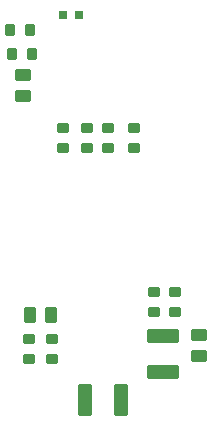
<source format=gbp>
%FSLAX23Y23*%
%MOMM*%
%SFA1B1*%

%IPPOS*%
%AMD18*
4,1,8,1.206500,0.574040,-1.206500,0.574040,-1.348740,0.431800,-1.348740,-0.431800,-1.206500,-0.574040,1.206500,-0.574040,1.348740,-0.431800,1.348740,0.431800,1.206500,0.574040,0.0*
1,1,0.288000,1.206500,0.431800*
1,1,0.288000,-1.206500,0.431800*
1,1,0.288000,-1.206500,-0.431800*
1,1,0.288000,1.206500,-0.431800*
%
%AMD19*
4,1,8,0.574040,0.500380,-0.574040,0.500380,-0.701040,0.375920,-0.701040,-0.375920,-0.574040,-0.500380,0.574040,-0.500380,0.701040,-0.375920,0.701040,0.375920,0.574040,0.500380,0.0*
1,1,0.250000,0.574040,0.375920*
1,1,0.250000,-0.574040,0.375920*
1,1,0.250000,-0.574040,-0.375920*
1,1,0.250000,0.574040,-0.375920*
%
%AMD21*
4,1,8,0.386080,0.449580,-0.386080,0.449580,-0.500380,0.337820,-0.500380,-0.337820,-0.386080,-0.449580,0.386080,-0.449580,0.500380,-0.337820,0.500380,0.337820,0.386080,0.449580,0.0*
1,1,0.226000,0.386080,0.337820*
1,1,0.226000,-0.386080,0.337820*
1,1,0.226000,-0.386080,-0.337820*
1,1,0.226000,0.386080,-0.337820*
%
%AMD22*
4,1,8,-0.449580,0.386080,-0.449580,-0.386080,-0.337820,-0.500380,0.337820,-0.500380,0.449580,-0.386080,0.449580,0.386080,0.337820,0.500380,-0.337820,0.500380,-0.449580,0.386080,0.0*
1,1,0.226000,-0.337820,0.386080*
1,1,0.226000,-0.337820,-0.386080*
1,1,0.226000,0.337820,-0.386080*
1,1,0.226000,0.337820,0.386080*
%
%AMD23*
4,1,8,-0.500380,0.574040,-0.500380,-0.574040,-0.375920,-0.701040,0.375920,-0.701040,0.500380,-0.574040,0.500380,0.574040,0.375920,0.701040,-0.375920,0.701040,-0.500380,0.574040,0.0*
1,1,0.250000,-0.375920,0.574040*
1,1,0.250000,-0.375920,-0.574040*
1,1,0.250000,0.375920,-0.574040*
1,1,0.250000,0.375920,0.574040*
%
%AMD47*
4,1,8,0.574040,-1.206500,0.574040,1.206500,0.431800,1.348740,-0.431800,1.348740,-0.574040,1.206500,-0.574040,-1.206500,-0.431800,-1.348740,0.431800,-1.348740,0.574040,-1.206500,0.0*
1,1,0.288000,0.431800,-1.206500*
1,1,0.288000,0.431800,1.206500*
1,1,0.288000,-0.431800,1.206500*
1,1,0.288000,-0.431800,-1.206500*
%
%ADD14R,0.761998X0.761998*%
G04~CAMADD=18~8~0.0~0.0~1063.0~452.8~56.7~0.0~15~0.0~0.0~0.0~0.0~0~0.0~0.0~0.0~0.0~0~0.0~0.0~0.0~0.0~1063.0~452.8*
%ADD18D18*%
G04~CAMADD=19~8~0.0~0.0~551.2~393.7~49.2~0.0~15~0.0~0.0~0.0~0.0~0~0.0~0.0~0.0~0.0~0~0.0~0.0~0.0~0.0~551.2~393.7*
%ADD19D19*%
G04~CAMADD=21~8~0.0~0.0~393.7~354.3~44.5~0.0~15~0.0~0.0~0.0~0.0~0~0.0~0.0~0.0~0.0~0~0.0~0.0~0.0~0.0~393.7~354.3*
%ADD21D21*%
G04~CAMADD=22~8~0.0~0.0~393.7~354.3~44.5~0.0~15~0.0~0.0~0.0~0.0~0~0.0~0.0~0.0~0.0~0~0.0~0.0~0.0~90.0~354.0~394.0*
%ADD22D22*%
G04~CAMADD=23~8~0.0~0.0~551.2~393.7~49.2~0.0~15~0.0~0.0~0.0~0.0~0~0.0~0.0~0.0~0.0~0~0.0~0.0~0.0~90.0~394.0~552.0*
%ADD23D23*%
G04~CAMADD=47~8~0.0~0.0~1063.0~452.8~56.7~0.0~15~0.0~0.0~0.0~0.0~0~0.0~0.0~0.0~0.0~0~0.0~0.0~0.0~270.0~452.0~1062.0*
%ADD47D47*%
%LNraspberryhatboard-1*%
%LPD*%
G54D14*
X31896Y44299D03*
X30499D03*
G54D18*
X38999Y14099D03*
Y17099D03*
G54D19*
X27099Y37399D03*
Y39199D03*
X41999Y15399D03*
Y17199D03*
G54D21*
X39999Y20849D03*
Y19149D03*
X38199Y20849D03*
Y19149D03*
X29599Y15149D03*
Y16849D03*
X27599Y15149D03*
Y16849D03*
X36499Y34749D03*
Y33049D03*
X34299Y34749D03*
Y33049D03*
X32499Y34749D03*
Y33049D03*
X30499Y34749D03*
Y33049D03*
G54D22*
X26149Y40999D03*
X27849D03*
X27749Y42999D03*
X26049D03*
G54D23*
X27699Y18899D03*
X29499D03*
G54D47*
X35399Y11699D03*
X32399D03*
M02*
</source>
